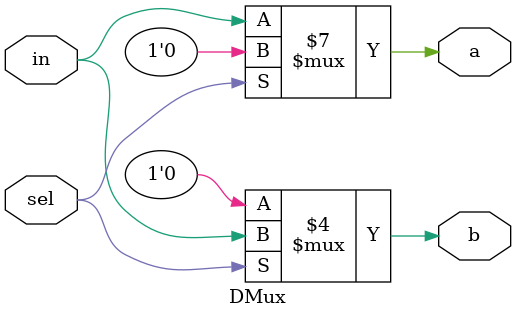
<source format=v>
module DMux(
	input in, sel,
	output a, b
);
	reg a, b;
	always @( sel or in)
		begin
			if(sel == 1'b0) begin
				a = in;
				b = 1'b0;
			end else begin
				a = 1'b0;
				b = in;
			end
		end

endmodule
</source>
